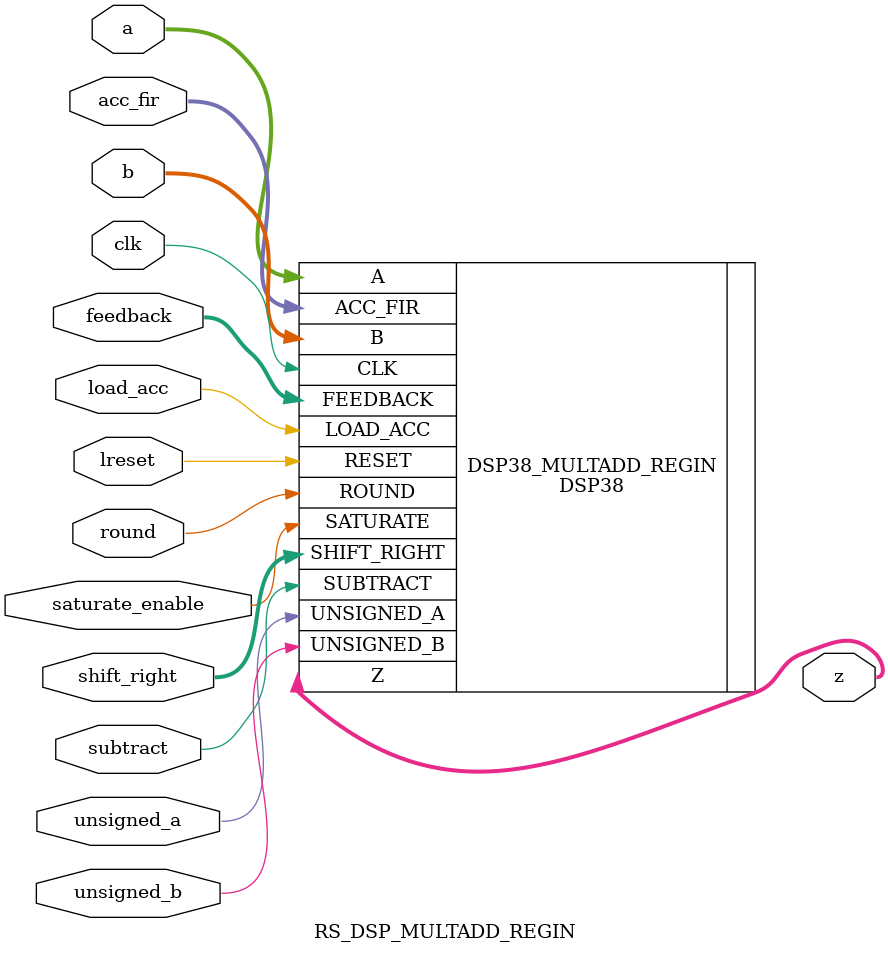
<source format=v>
module RS_DSP_MULTADD_REGIN (
    input  wire [19:0] a,
    input  wire [17:0] b,
    output wire [37:0] z,

    (* clkbuf_sink *)
    input  wire        clk,
    input  wire        lreset,

    input  wire [ 2:0] feedback,
    input  wire [ 5:0] acc_fir,
    input  wire        load_acc,
    input  wire        unsigned_a,
    input  wire        unsigned_b,

    input  wire        saturate_enable,
    input  wire [ 5:0] shift_right,
    input  wire        round,
    input  wire        subtract
);

DSP38 #(
    .DSP_MODE("MULTIPLY_ADD_SUB"),
    .OUTPUT_REG_EN("FALSE"),
    .INPUT_REG_EN("TRUE")
) DSP38_MULTADD_REGIN (
    .A(a),
    .B(b),
    .Z(z),
    .FEEDBACK(feedback),
    .UNSIGNED_A(unsigned_a),
    .UNSIGNED_B(unsigned_b),
    .CLK(clk),
    .RESET(lreset),
    .ACC_FIR(acc_fir),
    .LOAD_ACC(load_acc),
    .SATURATE(saturate_enable),
    .SHIFT_RIGHT(shift_right),
    .ROUND(round),
    .SUBTRACT(subtract)
);

endmodule

</source>
